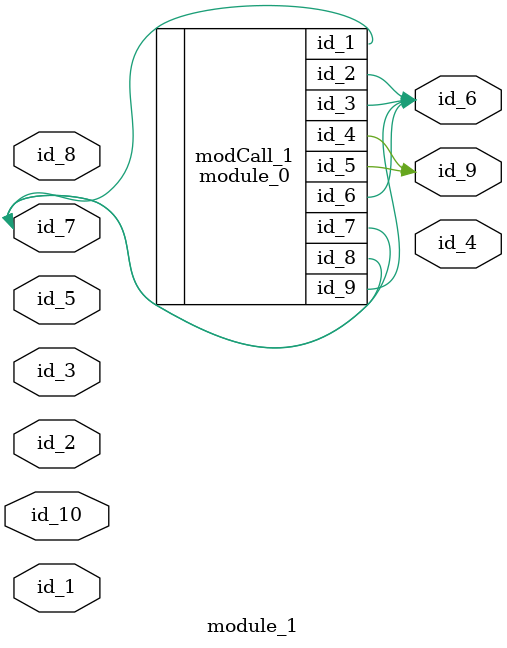
<source format=v>
module module_0 (
    id_1,
    id_2,
    id_3,
    id_4,
    id_5,
    id_6,
    id_7,
    id_8,
    id_9
);
  output wire id_9;
  inout wire id_8;
  inout wire id_7;
  output wire id_6;
  output wire id_5;
  output wire id_4;
  output wire id_3;
  output wire id_2;
  inout wire id_1;
  integer id_10, id_11;
  localparam id_12 = id_11;
endmodule
module module_1 (
    id_1,
    id_2,
    id_3,
    id_4,
    id_5,
    id_6,
    id_7,
    id_8,
    id_9,
    id_10
);
  input wire id_10;
  output wire id_9;
  input wire id_8;
  inout wire id_7;
  output wire id_6;
  input wire id_5;
  output wire id_4;
  input wire id_3;
  input wire id_2;
  input wire id_1;
  module_0 modCall_1 (
      id_7,
      id_6,
      id_6,
      id_9,
      id_9,
      id_6,
      id_7,
      id_7,
      id_6
  );
endmodule

</source>
